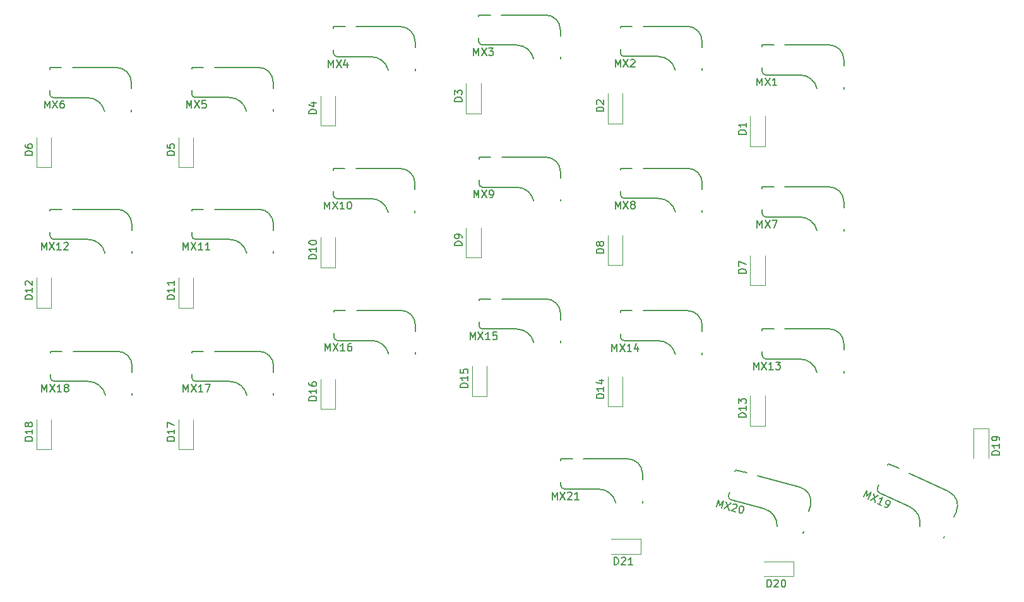
<source format=gbr>
%TF.GenerationSoftware,KiCad,Pcbnew,8.0.1*%
%TF.CreationDate,2024-05-26T01:43:18+02:00*%
%TF.ProjectId,KeyboardTest2_right,4b657962-6f61-4726-9454-657374325f72,rev?*%
%TF.SameCoordinates,Original*%
%TF.FileFunction,Legend,Top*%
%TF.FilePolarity,Positive*%
%FSLAX46Y46*%
G04 Gerber Fmt 4.6, Leading zero omitted, Abs format (unit mm)*
G04 Created by KiCad (PCBNEW 8.0.1) date 2024-05-26 01:43:18*
%MOMM*%
%LPD*%
G01*
G04 APERTURE LIST*
%ADD10C,0.150000*%
%ADD11C,0.120000*%
G04 APERTURE END LIST*
D10*
X95999369Y-65237565D02*
X95999369Y-64237565D01*
X95999369Y-64237565D02*
X96332702Y-64951850D01*
X96332702Y-64951850D02*
X96666035Y-64237565D01*
X96666035Y-64237565D02*
X96666035Y-65237565D01*
X97046988Y-64237565D02*
X97713654Y-65237565D01*
X97713654Y-64237565D02*
X97046988Y-65237565D01*
X98618416Y-65237565D02*
X98046988Y-65237565D01*
X98332702Y-65237565D02*
X98332702Y-64237565D01*
X98332702Y-64237565D02*
X98237464Y-64380422D01*
X98237464Y-64380422D02*
X98142226Y-64475660D01*
X98142226Y-64475660D02*
X98046988Y-64523279D01*
X99523178Y-64237565D02*
X99046988Y-64237565D01*
X99046988Y-64237565D02*
X98999369Y-64713755D01*
X98999369Y-64713755D02*
X99046988Y-64666136D01*
X99046988Y-64666136D02*
X99142226Y-64618517D01*
X99142226Y-64618517D02*
X99380321Y-64618517D01*
X99380321Y-64618517D02*
X99475559Y-64666136D01*
X99475559Y-64666136D02*
X99523178Y-64713755D01*
X99523178Y-64713755D02*
X99570797Y-64808993D01*
X99570797Y-64808993D02*
X99570797Y-65047088D01*
X99570797Y-65047088D02*
X99523178Y-65142326D01*
X99523178Y-65142326D02*
X99475559Y-65189946D01*
X99475559Y-65189946D02*
X99380321Y-65237565D01*
X99380321Y-65237565D02*
X99142226Y-65237565D01*
X99142226Y-65237565D02*
X99046988Y-65189946D01*
X99046988Y-65189946D02*
X98999369Y-65142326D01*
X133985683Y-69255034D02*
X133985683Y-68255034D01*
X133985683Y-68255034D02*
X134319016Y-68969319D01*
X134319016Y-68969319D02*
X134652349Y-68255034D01*
X134652349Y-68255034D02*
X134652349Y-69255034D01*
X135033302Y-68255034D02*
X135699968Y-69255034D01*
X135699968Y-68255034D02*
X135033302Y-69255034D01*
X136604730Y-69255034D02*
X136033302Y-69255034D01*
X136319016Y-69255034D02*
X136319016Y-68255034D01*
X136319016Y-68255034D02*
X136223778Y-68397891D01*
X136223778Y-68397891D02*
X136128540Y-68493129D01*
X136128540Y-68493129D02*
X136033302Y-68540748D01*
X136938064Y-68255034D02*
X137557111Y-68255034D01*
X137557111Y-68255034D02*
X137223778Y-68635986D01*
X137223778Y-68635986D02*
X137366635Y-68635986D01*
X137366635Y-68635986D02*
X137461873Y-68683605D01*
X137461873Y-68683605D02*
X137509492Y-68731224D01*
X137509492Y-68731224D02*
X137557111Y-68826462D01*
X137557111Y-68826462D02*
X137557111Y-69064557D01*
X137557111Y-69064557D02*
X137509492Y-69159795D01*
X137509492Y-69159795D02*
X137461873Y-69207415D01*
X137461873Y-69207415D02*
X137366635Y-69255034D01*
X137366635Y-69255034D02*
X137080921Y-69255034D01*
X137080921Y-69255034D02*
X136985683Y-69207415D01*
X136985683Y-69207415D02*
X136938064Y-69159795D01*
X57508842Y-72262738D02*
X57508842Y-71262738D01*
X57508842Y-71262738D02*
X57842175Y-71977023D01*
X57842175Y-71977023D02*
X58175508Y-71262738D01*
X58175508Y-71262738D02*
X58175508Y-72262738D01*
X58556461Y-71262738D02*
X59223127Y-72262738D01*
X59223127Y-71262738D02*
X58556461Y-72262738D01*
X60127889Y-72262738D02*
X59556461Y-72262738D01*
X59842175Y-72262738D02*
X59842175Y-71262738D01*
X59842175Y-71262738D02*
X59746937Y-71405595D01*
X59746937Y-71405595D02*
X59651699Y-71500833D01*
X59651699Y-71500833D02*
X59556461Y-71548452D01*
X60461223Y-71262738D02*
X61127889Y-71262738D01*
X61127889Y-71262738D02*
X60699318Y-72262738D01*
X114984732Y-66805330D02*
X114984732Y-65805330D01*
X114984732Y-65805330D02*
X115318065Y-66519615D01*
X115318065Y-66519615D02*
X115651398Y-65805330D01*
X115651398Y-65805330D02*
X115651398Y-66805330D01*
X116032351Y-65805330D02*
X116699017Y-66805330D01*
X116699017Y-65805330D02*
X116032351Y-66805330D01*
X117603779Y-66805330D02*
X117032351Y-66805330D01*
X117318065Y-66805330D02*
X117318065Y-65805330D01*
X117318065Y-65805330D02*
X117222827Y-65948187D01*
X117222827Y-65948187D02*
X117127589Y-66043425D01*
X117127589Y-66043425D02*
X117032351Y-66091044D01*
X118460922Y-66138663D02*
X118460922Y-66805330D01*
X118222827Y-65757711D02*
X117984732Y-66471996D01*
X117984732Y-66471996D02*
X118603779Y-66471996D01*
X37260720Y-59831773D02*
X36260720Y-59831773D01*
X36260720Y-59831773D02*
X36260720Y-59593678D01*
X36260720Y-59593678D02*
X36308339Y-59450821D01*
X36308339Y-59450821D02*
X36403577Y-59355583D01*
X36403577Y-59355583D02*
X36498815Y-59307964D01*
X36498815Y-59307964D02*
X36689291Y-59260345D01*
X36689291Y-59260345D02*
X36832148Y-59260345D01*
X36832148Y-59260345D02*
X37022624Y-59307964D01*
X37022624Y-59307964D02*
X37117862Y-59355583D01*
X37117862Y-59355583D02*
X37213101Y-59450821D01*
X37213101Y-59450821D02*
X37260720Y-59593678D01*
X37260720Y-59593678D02*
X37260720Y-59831773D01*
X37260720Y-58307964D02*
X37260720Y-58879392D01*
X37260720Y-58593678D02*
X36260720Y-58593678D01*
X36260720Y-58593678D02*
X36403577Y-58688916D01*
X36403577Y-58688916D02*
X36498815Y-58784154D01*
X36498815Y-58784154D02*
X36546434Y-58879392D01*
X36355958Y-57927011D02*
X36308339Y-57879392D01*
X36308339Y-57879392D02*
X36260720Y-57784154D01*
X36260720Y-57784154D02*
X36260720Y-57546059D01*
X36260720Y-57546059D02*
X36308339Y-57450821D01*
X36308339Y-57450821D02*
X36355958Y-57403202D01*
X36355958Y-57403202D02*
X36451196Y-57355583D01*
X36451196Y-57355583D02*
X36546434Y-57355583D01*
X36546434Y-57355583D02*
X36689291Y-57403202D01*
X36689291Y-57403202D02*
X37260720Y-57974630D01*
X37260720Y-57974630D02*
X37260720Y-57355583D01*
X76470775Y-47743297D02*
X76470775Y-46743297D01*
X76470775Y-46743297D02*
X76804108Y-47457582D01*
X76804108Y-47457582D02*
X77137441Y-46743297D01*
X77137441Y-46743297D02*
X77137441Y-47743297D01*
X77518394Y-46743297D02*
X78185060Y-47743297D01*
X78185060Y-46743297D02*
X77518394Y-47743297D01*
X79089822Y-47743297D02*
X78518394Y-47743297D01*
X78804108Y-47743297D02*
X78804108Y-46743297D01*
X78804108Y-46743297D02*
X78708870Y-46886154D01*
X78708870Y-46886154D02*
X78613632Y-46981392D01*
X78613632Y-46981392D02*
X78518394Y-47029011D01*
X79708870Y-46743297D02*
X79804108Y-46743297D01*
X79804108Y-46743297D02*
X79899346Y-46790916D01*
X79899346Y-46790916D02*
X79946965Y-46838535D01*
X79946965Y-46838535D02*
X79994584Y-46933773D01*
X79994584Y-46933773D02*
X80042203Y-47124249D01*
X80042203Y-47124249D02*
X80042203Y-47362344D01*
X80042203Y-47362344D02*
X79994584Y-47552820D01*
X79994584Y-47552820D02*
X79946965Y-47648058D01*
X79946965Y-47648058D02*
X79899346Y-47695678D01*
X79899346Y-47695678D02*
X79804108Y-47743297D01*
X79804108Y-47743297D02*
X79708870Y-47743297D01*
X79708870Y-47743297D02*
X79613632Y-47695678D01*
X79613632Y-47695678D02*
X79566013Y-47648058D01*
X79566013Y-47648058D02*
X79518394Y-47552820D01*
X79518394Y-47552820D02*
X79470775Y-47362344D01*
X79470775Y-47362344D02*
X79470775Y-47124249D01*
X79470775Y-47124249D02*
X79518394Y-46933773D01*
X79518394Y-46933773D02*
X79566013Y-46838535D01*
X79566013Y-46838535D02*
X79613632Y-46790916D01*
X79613632Y-46790916D02*
X79708870Y-46743297D01*
X115441937Y-28662924D02*
X115441937Y-27662924D01*
X115441937Y-27662924D02*
X115775270Y-28377209D01*
X115775270Y-28377209D02*
X116108603Y-27662924D01*
X116108603Y-27662924D02*
X116108603Y-28662924D01*
X116489556Y-27662924D02*
X117156222Y-28662924D01*
X117156222Y-27662924D02*
X116489556Y-28662924D01*
X117489556Y-27758162D02*
X117537175Y-27710543D01*
X117537175Y-27710543D02*
X117632413Y-27662924D01*
X117632413Y-27662924D02*
X117870508Y-27662924D01*
X117870508Y-27662924D02*
X117965746Y-27710543D01*
X117965746Y-27710543D02*
X118013365Y-27758162D01*
X118013365Y-27758162D02*
X118060984Y-27853400D01*
X118060984Y-27853400D02*
X118060984Y-27948638D01*
X118060984Y-27948638D02*
X118013365Y-28091495D01*
X118013365Y-28091495D02*
X117441937Y-28662924D01*
X117441937Y-28662924D02*
X118060984Y-28662924D01*
X57488095Y-53204819D02*
X57488095Y-52204819D01*
X57488095Y-52204819D02*
X57821428Y-52919104D01*
X57821428Y-52919104D02*
X58154761Y-52204819D01*
X58154761Y-52204819D02*
X58154761Y-53204819D01*
X58535714Y-52204819D02*
X59202380Y-53204819D01*
X59202380Y-52204819D02*
X58535714Y-53204819D01*
X60107142Y-53204819D02*
X59535714Y-53204819D01*
X59821428Y-53204819D02*
X59821428Y-52204819D01*
X59821428Y-52204819D02*
X59726190Y-52347676D01*
X59726190Y-52347676D02*
X59630952Y-52442914D01*
X59630952Y-52442914D02*
X59535714Y-52490533D01*
X61059523Y-53204819D02*
X60488095Y-53204819D01*
X60773809Y-53204819D02*
X60773809Y-52204819D01*
X60773809Y-52204819D02*
X60678571Y-52347676D01*
X60678571Y-52347676D02*
X60583333Y-52442914D01*
X60583333Y-52442914D02*
X60488095Y-52490533D01*
X132948331Y-37681987D02*
X131948331Y-37681987D01*
X131948331Y-37681987D02*
X131948331Y-37443892D01*
X131948331Y-37443892D02*
X131995950Y-37301035D01*
X131995950Y-37301035D02*
X132091188Y-37205797D01*
X132091188Y-37205797D02*
X132186426Y-37158178D01*
X132186426Y-37158178D02*
X132376902Y-37110559D01*
X132376902Y-37110559D02*
X132519759Y-37110559D01*
X132519759Y-37110559D02*
X132710235Y-37158178D01*
X132710235Y-37158178D02*
X132805473Y-37205797D01*
X132805473Y-37205797D02*
X132900712Y-37301035D01*
X132900712Y-37301035D02*
X132948331Y-37443892D01*
X132948331Y-37443892D02*
X132948331Y-37681987D01*
X132948331Y-36158178D02*
X132948331Y-36729606D01*
X132948331Y-36443892D02*
X131948331Y-36443892D01*
X131948331Y-36443892D02*
X132091188Y-36539130D01*
X132091188Y-36539130D02*
X132186426Y-36634368D01*
X132186426Y-36634368D02*
X132234045Y-36729606D01*
X113892470Y-34616199D02*
X112892470Y-34616199D01*
X112892470Y-34616199D02*
X112892470Y-34378104D01*
X112892470Y-34378104D02*
X112940089Y-34235247D01*
X112940089Y-34235247D02*
X113035327Y-34140009D01*
X113035327Y-34140009D02*
X113130565Y-34092390D01*
X113130565Y-34092390D02*
X113321041Y-34044771D01*
X113321041Y-34044771D02*
X113463898Y-34044771D01*
X113463898Y-34044771D02*
X113654374Y-34092390D01*
X113654374Y-34092390D02*
X113749612Y-34140009D01*
X113749612Y-34140009D02*
X113844851Y-34235247D01*
X113844851Y-34235247D02*
X113892470Y-34378104D01*
X113892470Y-34378104D02*
X113892470Y-34616199D01*
X112987708Y-33663818D02*
X112940089Y-33616199D01*
X112940089Y-33616199D02*
X112892470Y-33520961D01*
X112892470Y-33520961D02*
X112892470Y-33282866D01*
X112892470Y-33282866D02*
X112940089Y-33187628D01*
X112940089Y-33187628D02*
X112987708Y-33140009D01*
X112987708Y-33140009D02*
X113082946Y-33092390D01*
X113082946Y-33092390D02*
X113178184Y-33092390D01*
X113178184Y-33092390D02*
X113321041Y-33140009D01*
X113321041Y-33140009D02*
X113892470Y-33711437D01*
X113892470Y-33711437D02*
X113892470Y-33092390D01*
X76531200Y-66768576D02*
X76531200Y-65768576D01*
X76531200Y-65768576D02*
X76864533Y-66482861D01*
X76864533Y-66482861D02*
X77197866Y-65768576D01*
X77197866Y-65768576D02*
X77197866Y-66768576D01*
X77578819Y-65768576D02*
X78245485Y-66768576D01*
X78245485Y-65768576D02*
X77578819Y-66768576D01*
X79150247Y-66768576D02*
X78578819Y-66768576D01*
X78864533Y-66768576D02*
X78864533Y-65768576D01*
X78864533Y-65768576D02*
X78769295Y-65911433D01*
X78769295Y-65911433D02*
X78674057Y-66006671D01*
X78674057Y-66006671D02*
X78578819Y-66054290D01*
X80007390Y-65768576D02*
X79816914Y-65768576D01*
X79816914Y-65768576D02*
X79721676Y-65816195D01*
X79721676Y-65816195D02*
X79674057Y-65863814D01*
X79674057Y-65863814D02*
X79578819Y-66006671D01*
X79578819Y-66006671D02*
X79531200Y-66197147D01*
X79531200Y-66197147D02*
X79531200Y-66578099D01*
X79531200Y-66578099D02*
X79578819Y-66673337D01*
X79578819Y-66673337D02*
X79626438Y-66720957D01*
X79626438Y-66720957D02*
X79721676Y-66768576D01*
X79721676Y-66768576D02*
X79912152Y-66768576D01*
X79912152Y-66768576D02*
X80007390Y-66720957D01*
X80007390Y-66720957D02*
X80055009Y-66673337D01*
X80055009Y-66673337D02*
X80102628Y-66578099D01*
X80102628Y-66578099D02*
X80102628Y-66340004D01*
X80102628Y-66340004D02*
X80055009Y-66244766D01*
X80055009Y-66244766D02*
X80007390Y-66197147D01*
X80007390Y-66197147D02*
X79912152Y-66149528D01*
X79912152Y-66149528D02*
X79721676Y-66149528D01*
X79721676Y-66149528D02*
X79626438Y-66197147D01*
X79626438Y-66197147D02*
X79578819Y-66244766D01*
X79578819Y-66244766D02*
X79531200Y-66340004D01*
X135785714Y-98454819D02*
X135785714Y-97454819D01*
X135785714Y-97454819D02*
X136023809Y-97454819D01*
X136023809Y-97454819D02*
X136166666Y-97502438D01*
X136166666Y-97502438D02*
X136261904Y-97597676D01*
X136261904Y-97597676D02*
X136309523Y-97692914D01*
X136309523Y-97692914D02*
X136357142Y-97883390D01*
X136357142Y-97883390D02*
X136357142Y-98026247D01*
X136357142Y-98026247D02*
X136309523Y-98216723D01*
X136309523Y-98216723D02*
X136261904Y-98311961D01*
X136261904Y-98311961D02*
X136166666Y-98407200D01*
X136166666Y-98407200D02*
X136023809Y-98454819D01*
X136023809Y-98454819D02*
X135785714Y-98454819D01*
X136738095Y-97550057D02*
X136785714Y-97502438D01*
X136785714Y-97502438D02*
X136880952Y-97454819D01*
X136880952Y-97454819D02*
X137119047Y-97454819D01*
X137119047Y-97454819D02*
X137214285Y-97502438D01*
X137214285Y-97502438D02*
X137261904Y-97550057D01*
X137261904Y-97550057D02*
X137309523Y-97645295D01*
X137309523Y-97645295D02*
X137309523Y-97740533D01*
X137309523Y-97740533D02*
X137261904Y-97883390D01*
X137261904Y-97883390D02*
X136690476Y-98454819D01*
X136690476Y-98454819D02*
X137309523Y-98454819D01*
X137928571Y-97454819D02*
X138023809Y-97454819D01*
X138023809Y-97454819D02*
X138119047Y-97502438D01*
X138119047Y-97502438D02*
X138166666Y-97550057D01*
X138166666Y-97550057D02*
X138214285Y-97645295D01*
X138214285Y-97645295D02*
X138261904Y-97835771D01*
X138261904Y-97835771D02*
X138261904Y-98073866D01*
X138261904Y-98073866D02*
X138214285Y-98264342D01*
X138214285Y-98264342D02*
X138166666Y-98359580D01*
X138166666Y-98359580D02*
X138119047Y-98407200D01*
X138119047Y-98407200D02*
X138023809Y-98454819D01*
X138023809Y-98454819D02*
X137928571Y-98454819D01*
X137928571Y-98454819D02*
X137833333Y-98407200D01*
X137833333Y-98407200D02*
X137785714Y-98359580D01*
X137785714Y-98359580D02*
X137738095Y-98264342D01*
X137738095Y-98264342D02*
X137690476Y-98073866D01*
X137690476Y-98073866D02*
X137690476Y-97835771D01*
X137690476Y-97835771D02*
X137738095Y-97645295D01*
X137738095Y-97645295D02*
X137785714Y-97550057D01*
X137785714Y-97550057D02*
X137833333Y-97502438D01*
X137833333Y-97502438D02*
X137928571Y-97454819D01*
X75357499Y-73402763D02*
X74357499Y-73402763D01*
X74357499Y-73402763D02*
X74357499Y-73164668D01*
X74357499Y-73164668D02*
X74405118Y-73021811D01*
X74405118Y-73021811D02*
X74500356Y-72926573D01*
X74500356Y-72926573D02*
X74595594Y-72878954D01*
X74595594Y-72878954D02*
X74786070Y-72831335D01*
X74786070Y-72831335D02*
X74928927Y-72831335D01*
X74928927Y-72831335D02*
X75119403Y-72878954D01*
X75119403Y-72878954D02*
X75214641Y-72926573D01*
X75214641Y-72926573D02*
X75309880Y-73021811D01*
X75309880Y-73021811D02*
X75357499Y-73164668D01*
X75357499Y-73164668D02*
X75357499Y-73402763D01*
X75357499Y-71878954D02*
X75357499Y-72450382D01*
X75357499Y-72164668D02*
X74357499Y-72164668D01*
X74357499Y-72164668D02*
X74500356Y-72259906D01*
X74500356Y-72259906D02*
X74595594Y-72355144D01*
X74595594Y-72355144D02*
X74643213Y-72450382D01*
X74357499Y-71021811D02*
X74357499Y-71212287D01*
X74357499Y-71212287D02*
X74405118Y-71307525D01*
X74405118Y-71307525D02*
X74452737Y-71355144D01*
X74452737Y-71355144D02*
X74595594Y-71450382D01*
X74595594Y-71450382D02*
X74786070Y-71498001D01*
X74786070Y-71498001D02*
X75167022Y-71498001D01*
X75167022Y-71498001D02*
X75262260Y-71450382D01*
X75262260Y-71450382D02*
X75309880Y-71402763D01*
X75309880Y-71402763D02*
X75357499Y-71307525D01*
X75357499Y-71307525D02*
X75357499Y-71117049D01*
X75357499Y-71117049D02*
X75309880Y-71021811D01*
X75309880Y-71021811D02*
X75262260Y-70974192D01*
X75262260Y-70974192D02*
X75167022Y-70926573D01*
X75167022Y-70926573D02*
X74928927Y-70926573D01*
X74928927Y-70926573D02*
X74833689Y-70974192D01*
X74833689Y-70974192D02*
X74786070Y-71021811D01*
X74786070Y-71021811D02*
X74738451Y-71117049D01*
X74738451Y-71117049D02*
X74738451Y-71307525D01*
X74738451Y-71307525D02*
X74786070Y-71402763D01*
X74786070Y-71402763D02*
X74833689Y-71450382D01*
X74833689Y-71450382D02*
X74928927Y-71498001D01*
X38538749Y-72262738D02*
X38538749Y-71262738D01*
X38538749Y-71262738D02*
X38872082Y-71977023D01*
X38872082Y-71977023D02*
X39205415Y-71262738D01*
X39205415Y-71262738D02*
X39205415Y-72262738D01*
X39586368Y-71262738D02*
X40253034Y-72262738D01*
X40253034Y-71262738D02*
X39586368Y-72262738D01*
X41157796Y-72262738D02*
X40586368Y-72262738D01*
X40872082Y-72262738D02*
X40872082Y-71262738D01*
X40872082Y-71262738D02*
X40776844Y-71405595D01*
X40776844Y-71405595D02*
X40681606Y-71500833D01*
X40681606Y-71500833D02*
X40586368Y-71548452D01*
X41729225Y-71691309D02*
X41633987Y-71643690D01*
X41633987Y-71643690D02*
X41586368Y-71596071D01*
X41586368Y-71596071D02*
X41538749Y-71500833D01*
X41538749Y-71500833D02*
X41538749Y-71453214D01*
X41538749Y-71453214D02*
X41586368Y-71357976D01*
X41586368Y-71357976D02*
X41633987Y-71310357D01*
X41633987Y-71310357D02*
X41729225Y-71262738D01*
X41729225Y-71262738D02*
X41919701Y-71262738D01*
X41919701Y-71262738D02*
X42014939Y-71310357D01*
X42014939Y-71310357D02*
X42062558Y-71357976D01*
X42062558Y-71357976D02*
X42110177Y-71453214D01*
X42110177Y-71453214D02*
X42110177Y-71500833D01*
X42110177Y-71500833D02*
X42062558Y-71596071D01*
X42062558Y-71596071D02*
X42014939Y-71643690D01*
X42014939Y-71643690D02*
X41919701Y-71691309D01*
X41919701Y-71691309D02*
X41729225Y-71691309D01*
X41729225Y-71691309D02*
X41633987Y-71738928D01*
X41633987Y-71738928D02*
X41586368Y-71786547D01*
X41586368Y-71786547D02*
X41538749Y-71881785D01*
X41538749Y-71881785D02*
X41538749Y-72072261D01*
X41538749Y-72072261D02*
X41586368Y-72167499D01*
X41586368Y-72167499D02*
X41633987Y-72215119D01*
X41633987Y-72215119D02*
X41729225Y-72262738D01*
X41729225Y-72262738D02*
X41919701Y-72262738D01*
X41919701Y-72262738D02*
X42014939Y-72215119D01*
X42014939Y-72215119D02*
X42062558Y-72167499D01*
X42062558Y-72167499D02*
X42110177Y-72072261D01*
X42110177Y-72072261D02*
X42110177Y-71881785D01*
X42110177Y-71881785D02*
X42062558Y-71786547D01*
X42062558Y-71786547D02*
X42014939Y-71738928D01*
X42014939Y-71738928D02*
X41919701Y-71691309D01*
X132948331Y-56331987D02*
X131948331Y-56331987D01*
X131948331Y-56331987D02*
X131948331Y-56093892D01*
X131948331Y-56093892D02*
X131995950Y-55951035D01*
X131995950Y-55951035D02*
X132091188Y-55855797D01*
X132091188Y-55855797D02*
X132186426Y-55808178D01*
X132186426Y-55808178D02*
X132376902Y-55760559D01*
X132376902Y-55760559D02*
X132519759Y-55760559D01*
X132519759Y-55760559D02*
X132710235Y-55808178D01*
X132710235Y-55808178D02*
X132805473Y-55855797D01*
X132805473Y-55855797D02*
X132900712Y-55951035D01*
X132900712Y-55951035D02*
X132948331Y-56093892D01*
X132948331Y-56093892D02*
X132948331Y-56331987D01*
X131948331Y-55427225D02*
X131948331Y-54760559D01*
X131948331Y-54760559D02*
X132948331Y-55189130D01*
X96445767Y-27134303D02*
X96445767Y-26134303D01*
X96445767Y-26134303D02*
X96779100Y-26848588D01*
X96779100Y-26848588D02*
X97112433Y-26134303D01*
X97112433Y-26134303D02*
X97112433Y-27134303D01*
X97493386Y-26134303D02*
X98160052Y-27134303D01*
X98160052Y-26134303D02*
X97493386Y-27134303D01*
X98445767Y-26134303D02*
X99064814Y-26134303D01*
X99064814Y-26134303D02*
X98731481Y-26515255D01*
X98731481Y-26515255D02*
X98874338Y-26515255D01*
X98874338Y-26515255D02*
X98969576Y-26562874D01*
X98969576Y-26562874D02*
X99017195Y-26610493D01*
X99017195Y-26610493D02*
X99064814Y-26705731D01*
X99064814Y-26705731D02*
X99064814Y-26943826D01*
X99064814Y-26943826D02*
X99017195Y-27039064D01*
X99017195Y-27039064D02*
X98969576Y-27086684D01*
X98969576Y-27086684D02*
X98874338Y-27134303D01*
X98874338Y-27134303D02*
X98588624Y-27134303D01*
X98588624Y-27134303D02*
X98493386Y-27086684D01*
X98493386Y-27086684D02*
X98445767Y-27039064D01*
X57939691Y-34167170D02*
X57939691Y-33167170D01*
X57939691Y-33167170D02*
X58273024Y-33881455D01*
X58273024Y-33881455D02*
X58606357Y-33167170D01*
X58606357Y-33167170D02*
X58606357Y-34167170D01*
X58987310Y-33167170D02*
X59653976Y-34167170D01*
X59653976Y-33167170D02*
X58987310Y-34167170D01*
X60511119Y-33167170D02*
X60034929Y-33167170D01*
X60034929Y-33167170D02*
X59987310Y-33643360D01*
X59987310Y-33643360D02*
X60034929Y-33595741D01*
X60034929Y-33595741D02*
X60130167Y-33548122D01*
X60130167Y-33548122D02*
X60368262Y-33548122D01*
X60368262Y-33548122D02*
X60463500Y-33595741D01*
X60463500Y-33595741D02*
X60511119Y-33643360D01*
X60511119Y-33643360D02*
X60558738Y-33738598D01*
X60558738Y-33738598D02*
X60558738Y-33976693D01*
X60558738Y-33976693D02*
X60511119Y-34071931D01*
X60511119Y-34071931D02*
X60463500Y-34119551D01*
X60463500Y-34119551D02*
X60368262Y-34167170D01*
X60368262Y-34167170D02*
X60130167Y-34167170D01*
X60130167Y-34167170D02*
X60034929Y-34119551D01*
X60034929Y-34119551D02*
X59987310Y-34071931D01*
X75357499Y-54402763D02*
X74357499Y-54402763D01*
X74357499Y-54402763D02*
X74357499Y-54164668D01*
X74357499Y-54164668D02*
X74405118Y-54021811D01*
X74405118Y-54021811D02*
X74500356Y-53926573D01*
X74500356Y-53926573D02*
X74595594Y-53878954D01*
X74595594Y-53878954D02*
X74786070Y-53831335D01*
X74786070Y-53831335D02*
X74928927Y-53831335D01*
X74928927Y-53831335D02*
X75119403Y-53878954D01*
X75119403Y-53878954D02*
X75214641Y-53926573D01*
X75214641Y-53926573D02*
X75309880Y-54021811D01*
X75309880Y-54021811D02*
X75357499Y-54164668D01*
X75357499Y-54164668D02*
X75357499Y-54402763D01*
X75357499Y-52878954D02*
X75357499Y-53450382D01*
X75357499Y-53164668D02*
X74357499Y-53164668D01*
X74357499Y-53164668D02*
X74500356Y-53259906D01*
X74500356Y-53259906D02*
X74595594Y-53355144D01*
X74595594Y-53355144D02*
X74643213Y-53450382D01*
X74357499Y-52259906D02*
X74357499Y-52164668D01*
X74357499Y-52164668D02*
X74405118Y-52069430D01*
X74405118Y-52069430D02*
X74452737Y-52021811D01*
X74452737Y-52021811D02*
X74547975Y-51974192D01*
X74547975Y-51974192D02*
X74738451Y-51926573D01*
X74738451Y-51926573D02*
X74976546Y-51926573D01*
X74976546Y-51926573D02*
X75167022Y-51974192D01*
X75167022Y-51974192D02*
X75262260Y-52021811D01*
X75262260Y-52021811D02*
X75309880Y-52069430D01*
X75309880Y-52069430D02*
X75357499Y-52164668D01*
X75357499Y-52164668D02*
X75357499Y-52259906D01*
X75357499Y-52259906D02*
X75309880Y-52355144D01*
X75309880Y-52355144D02*
X75262260Y-52402763D01*
X75262260Y-52402763D02*
X75167022Y-52450382D01*
X75167022Y-52450382D02*
X74976546Y-52498001D01*
X74976546Y-52498001D02*
X74738451Y-52498001D01*
X74738451Y-52498001D02*
X74547975Y-52450382D01*
X74547975Y-52450382D02*
X74452737Y-52402763D01*
X74452737Y-52402763D02*
X74405118Y-52355144D01*
X74405118Y-52355144D02*
X74357499Y-52259906D01*
X113892470Y-73092390D02*
X112892470Y-73092390D01*
X112892470Y-73092390D02*
X112892470Y-72854295D01*
X112892470Y-72854295D02*
X112940089Y-72711438D01*
X112940089Y-72711438D02*
X113035327Y-72616200D01*
X113035327Y-72616200D02*
X113130565Y-72568581D01*
X113130565Y-72568581D02*
X113321041Y-72520962D01*
X113321041Y-72520962D02*
X113463898Y-72520962D01*
X113463898Y-72520962D02*
X113654374Y-72568581D01*
X113654374Y-72568581D02*
X113749612Y-72616200D01*
X113749612Y-72616200D02*
X113844851Y-72711438D01*
X113844851Y-72711438D02*
X113892470Y-72854295D01*
X113892470Y-72854295D02*
X113892470Y-73092390D01*
X113892470Y-71568581D02*
X113892470Y-72140009D01*
X113892470Y-71854295D02*
X112892470Y-71854295D01*
X112892470Y-71854295D02*
X113035327Y-71949533D01*
X113035327Y-71949533D02*
X113130565Y-72044771D01*
X113130565Y-72044771D02*
X113178184Y-72140009D01*
X113225803Y-70711438D02*
X113892470Y-70711438D01*
X112844851Y-70949533D02*
X113559136Y-71187628D01*
X113559136Y-71187628D02*
X113559136Y-70568581D01*
X96464286Y-46204819D02*
X96464286Y-45204819D01*
X96464286Y-45204819D02*
X96797619Y-45919104D01*
X96797619Y-45919104D02*
X97130952Y-45204819D01*
X97130952Y-45204819D02*
X97130952Y-46204819D01*
X97511905Y-45204819D02*
X98178571Y-46204819D01*
X98178571Y-45204819D02*
X97511905Y-46204819D01*
X98607143Y-46204819D02*
X98797619Y-46204819D01*
X98797619Y-46204819D02*
X98892857Y-46157200D01*
X98892857Y-46157200D02*
X98940476Y-46109580D01*
X98940476Y-46109580D02*
X99035714Y-45966723D01*
X99035714Y-45966723D02*
X99083333Y-45776247D01*
X99083333Y-45776247D02*
X99083333Y-45395295D01*
X99083333Y-45395295D02*
X99035714Y-45300057D01*
X99035714Y-45300057D02*
X98988095Y-45252438D01*
X98988095Y-45252438D02*
X98892857Y-45204819D01*
X98892857Y-45204819D02*
X98702381Y-45204819D01*
X98702381Y-45204819D02*
X98607143Y-45252438D01*
X98607143Y-45252438D02*
X98559524Y-45300057D01*
X98559524Y-45300057D02*
X98511905Y-45395295D01*
X98511905Y-45395295D02*
X98511905Y-45633390D01*
X98511905Y-45633390D02*
X98559524Y-45728628D01*
X98559524Y-45728628D02*
X98607143Y-45776247D01*
X98607143Y-45776247D02*
X98702381Y-45823866D01*
X98702381Y-45823866D02*
X98892857Y-45823866D01*
X98892857Y-45823866D02*
X98988095Y-45776247D01*
X98988095Y-45776247D02*
X99035714Y-45728628D01*
X99035714Y-45728628D02*
X99083333Y-45633390D01*
X106988095Y-86704819D02*
X106988095Y-85704819D01*
X106988095Y-85704819D02*
X107321428Y-86419104D01*
X107321428Y-86419104D02*
X107654761Y-85704819D01*
X107654761Y-85704819D02*
X107654761Y-86704819D01*
X108035714Y-85704819D02*
X108702380Y-86704819D01*
X108702380Y-85704819D02*
X108035714Y-86704819D01*
X109035714Y-85800057D02*
X109083333Y-85752438D01*
X109083333Y-85752438D02*
X109178571Y-85704819D01*
X109178571Y-85704819D02*
X109416666Y-85704819D01*
X109416666Y-85704819D02*
X109511904Y-85752438D01*
X109511904Y-85752438D02*
X109559523Y-85800057D01*
X109559523Y-85800057D02*
X109607142Y-85895295D01*
X109607142Y-85895295D02*
X109607142Y-85990533D01*
X109607142Y-85990533D02*
X109559523Y-86133390D01*
X109559523Y-86133390D02*
X108988095Y-86704819D01*
X108988095Y-86704819D02*
X109607142Y-86704819D01*
X110559523Y-86704819D02*
X109988095Y-86704819D01*
X110273809Y-86704819D02*
X110273809Y-85704819D01*
X110273809Y-85704819D02*
X110178571Y-85847676D01*
X110178571Y-85847676D02*
X110083333Y-85942914D01*
X110083333Y-85942914D02*
X109988095Y-85990533D01*
X76964286Y-28704819D02*
X76964286Y-27704819D01*
X76964286Y-27704819D02*
X77297619Y-28419104D01*
X77297619Y-28419104D02*
X77630952Y-27704819D01*
X77630952Y-27704819D02*
X77630952Y-28704819D01*
X78011905Y-27704819D02*
X78678571Y-28704819D01*
X78678571Y-27704819D02*
X78011905Y-28704819D01*
X79488095Y-28038152D02*
X79488095Y-28704819D01*
X79250000Y-27657200D02*
X79011905Y-28371485D01*
X79011905Y-28371485D02*
X79630952Y-28371485D01*
X134457798Y-31148712D02*
X134457798Y-30148712D01*
X134457798Y-30148712D02*
X134791131Y-30862997D01*
X134791131Y-30862997D02*
X135124464Y-30148712D01*
X135124464Y-30148712D02*
X135124464Y-31148712D01*
X135505417Y-30148712D02*
X136172083Y-31148712D01*
X136172083Y-30148712D02*
X135505417Y-31148712D01*
X137076845Y-31148712D02*
X136505417Y-31148712D01*
X136791131Y-31148712D02*
X136791131Y-30148712D01*
X136791131Y-30148712D02*
X136695893Y-30291569D01*
X136695893Y-30291569D02*
X136600655Y-30386807D01*
X136600655Y-30386807D02*
X136505417Y-30434426D01*
X38909784Y-34197078D02*
X38909784Y-33197078D01*
X38909784Y-33197078D02*
X39243117Y-33911363D01*
X39243117Y-33911363D02*
X39576450Y-33197078D01*
X39576450Y-33197078D02*
X39576450Y-34197078D01*
X39957403Y-33197078D02*
X40624069Y-34197078D01*
X40624069Y-33197078D02*
X39957403Y-34197078D01*
X41433593Y-33197078D02*
X41243117Y-33197078D01*
X41243117Y-33197078D02*
X41147879Y-33244697D01*
X41147879Y-33244697D02*
X41100260Y-33292316D01*
X41100260Y-33292316D02*
X41005022Y-33435173D01*
X41005022Y-33435173D02*
X40957403Y-33625649D01*
X40957403Y-33625649D02*
X40957403Y-34006601D01*
X40957403Y-34006601D02*
X41005022Y-34101839D01*
X41005022Y-34101839D02*
X41052641Y-34149459D01*
X41052641Y-34149459D02*
X41147879Y-34197078D01*
X41147879Y-34197078D02*
X41338355Y-34197078D01*
X41338355Y-34197078D02*
X41433593Y-34149459D01*
X41433593Y-34149459D02*
X41481212Y-34101839D01*
X41481212Y-34101839D02*
X41528831Y-34006601D01*
X41528831Y-34006601D02*
X41528831Y-33768506D01*
X41528831Y-33768506D02*
X41481212Y-33673268D01*
X41481212Y-33673268D02*
X41433593Y-33625649D01*
X41433593Y-33625649D02*
X41338355Y-33578030D01*
X41338355Y-33578030D02*
X41147879Y-33578030D01*
X41147879Y-33578030D02*
X41052641Y-33625649D01*
X41052641Y-33625649D02*
X41005022Y-33673268D01*
X41005022Y-33673268D02*
X40957403Y-33768506D01*
X94876714Y-33279267D02*
X93876714Y-33279267D01*
X93876714Y-33279267D02*
X93876714Y-33041172D01*
X93876714Y-33041172D02*
X93924333Y-32898315D01*
X93924333Y-32898315D02*
X94019571Y-32803077D01*
X94019571Y-32803077D02*
X94114809Y-32755458D01*
X94114809Y-32755458D02*
X94305285Y-32707839D01*
X94305285Y-32707839D02*
X94448142Y-32707839D01*
X94448142Y-32707839D02*
X94638618Y-32755458D01*
X94638618Y-32755458D02*
X94733856Y-32803077D01*
X94733856Y-32803077D02*
X94829095Y-32898315D01*
X94829095Y-32898315D02*
X94876714Y-33041172D01*
X94876714Y-33041172D02*
X94876714Y-33279267D01*
X93876714Y-32374505D02*
X93876714Y-31755458D01*
X93876714Y-31755458D02*
X94257666Y-32088791D01*
X94257666Y-32088791D02*
X94257666Y-31945934D01*
X94257666Y-31945934D02*
X94305285Y-31850696D01*
X94305285Y-31850696D02*
X94352904Y-31803077D01*
X94352904Y-31803077D02*
X94448142Y-31755458D01*
X94448142Y-31755458D02*
X94686237Y-31755458D01*
X94686237Y-31755458D02*
X94781475Y-31803077D01*
X94781475Y-31803077D02*
X94829095Y-31850696D01*
X94829095Y-31850696D02*
X94876714Y-31945934D01*
X94876714Y-31945934D02*
X94876714Y-32231648D01*
X94876714Y-32231648D02*
X94829095Y-32326886D01*
X94829095Y-32326886D02*
X94781475Y-32374505D01*
X38488095Y-53204819D02*
X38488095Y-52204819D01*
X38488095Y-52204819D02*
X38821428Y-52919104D01*
X38821428Y-52919104D02*
X39154761Y-52204819D01*
X39154761Y-52204819D02*
X39154761Y-53204819D01*
X39535714Y-52204819D02*
X40202380Y-53204819D01*
X40202380Y-52204819D02*
X39535714Y-53204819D01*
X41107142Y-53204819D02*
X40535714Y-53204819D01*
X40821428Y-53204819D02*
X40821428Y-52204819D01*
X40821428Y-52204819D02*
X40726190Y-52347676D01*
X40726190Y-52347676D02*
X40630952Y-52442914D01*
X40630952Y-52442914D02*
X40535714Y-52490533D01*
X41488095Y-52300057D02*
X41535714Y-52252438D01*
X41535714Y-52252438D02*
X41630952Y-52204819D01*
X41630952Y-52204819D02*
X41869047Y-52204819D01*
X41869047Y-52204819D02*
X41964285Y-52252438D01*
X41964285Y-52252438D02*
X42011904Y-52300057D01*
X42011904Y-52300057D02*
X42059523Y-52395295D01*
X42059523Y-52395295D02*
X42059523Y-52490533D01*
X42059523Y-52490533D02*
X42011904Y-52633390D01*
X42011904Y-52633390D02*
X41440476Y-53204819D01*
X41440476Y-53204819D02*
X42059523Y-53204819D01*
X115285714Y-95454819D02*
X115285714Y-94454819D01*
X115285714Y-94454819D02*
X115523809Y-94454819D01*
X115523809Y-94454819D02*
X115666666Y-94502438D01*
X115666666Y-94502438D02*
X115761904Y-94597676D01*
X115761904Y-94597676D02*
X115809523Y-94692914D01*
X115809523Y-94692914D02*
X115857142Y-94883390D01*
X115857142Y-94883390D02*
X115857142Y-95026247D01*
X115857142Y-95026247D02*
X115809523Y-95216723D01*
X115809523Y-95216723D02*
X115761904Y-95311961D01*
X115761904Y-95311961D02*
X115666666Y-95407200D01*
X115666666Y-95407200D02*
X115523809Y-95454819D01*
X115523809Y-95454819D02*
X115285714Y-95454819D01*
X116238095Y-94550057D02*
X116285714Y-94502438D01*
X116285714Y-94502438D02*
X116380952Y-94454819D01*
X116380952Y-94454819D02*
X116619047Y-94454819D01*
X116619047Y-94454819D02*
X116714285Y-94502438D01*
X116714285Y-94502438D02*
X116761904Y-94550057D01*
X116761904Y-94550057D02*
X116809523Y-94645295D01*
X116809523Y-94645295D02*
X116809523Y-94740533D01*
X116809523Y-94740533D02*
X116761904Y-94883390D01*
X116761904Y-94883390D02*
X116190476Y-95454819D01*
X116190476Y-95454819D02*
X116809523Y-95454819D01*
X117761904Y-95454819D02*
X117190476Y-95454819D01*
X117476190Y-95454819D02*
X117476190Y-94454819D01*
X117476190Y-94454819D02*
X117380952Y-94597676D01*
X117380952Y-94597676D02*
X117285714Y-94692914D01*
X117285714Y-94692914D02*
X117190476Y-94740533D01*
X134464286Y-50204819D02*
X134464286Y-49204819D01*
X134464286Y-49204819D02*
X134797619Y-49919104D01*
X134797619Y-49919104D02*
X135130952Y-49204819D01*
X135130952Y-49204819D02*
X135130952Y-50204819D01*
X135511905Y-49204819D02*
X136178571Y-50204819D01*
X136178571Y-49204819D02*
X135511905Y-50204819D01*
X136464286Y-49204819D02*
X137130952Y-49204819D01*
X137130952Y-49204819D02*
X136702381Y-50204819D01*
X129028163Y-87692955D02*
X129286982Y-86727030D01*
X129286982Y-86727030D02*
X129424087Y-87503250D01*
X129424087Y-87503250D02*
X129930933Y-86899576D01*
X129930933Y-86899576D02*
X129672114Y-87865501D01*
X130298905Y-86998173D02*
X130684036Y-88136645D01*
X130942855Y-87170719D02*
X130040086Y-87964099D01*
X131240181Y-87348985D02*
X131298502Y-87315314D01*
X131298502Y-87315314D02*
X131402820Y-87293967D01*
X131402820Y-87293967D02*
X131632802Y-87355590D01*
X131632802Y-87355590D02*
X131712470Y-87426236D01*
X131712470Y-87426236D02*
X131746142Y-87484557D01*
X131746142Y-87484557D02*
X131767489Y-87588875D01*
X131767489Y-87588875D02*
X131742840Y-87680868D01*
X131742840Y-87680868D02*
X131659869Y-87806533D01*
X131659869Y-87806533D02*
X130960015Y-88210594D01*
X130960015Y-88210594D02*
X131557969Y-88370815D01*
X132414742Y-87565110D02*
X132506735Y-87589760D01*
X132506735Y-87589760D02*
X132586403Y-87660406D01*
X132586403Y-87660406D02*
X132620075Y-87718727D01*
X132620075Y-87718727D02*
X132641422Y-87823045D01*
X132641422Y-87823045D02*
X132638120Y-88019355D01*
X132638120Y-88019355D02*
X132576496Y-88249337D01*
X132576496Y-88249337D02*
X132481201Y-88420999D01*
X132481201Y-88420999D02*
X132410555Y-88500667D01*
X132410555Y-88500667D02*
X132352234Y-88534339D01*
X132352234Y-88534339D02*
X132247916Y-88555686D01*
X132247916Y-88555686D02*
X132155923Y-88531036D01*
X132155923Y-88531036D02*
X132076255Y-88460390D01*
X132076255Y-88460390D02*
X132042583Y-88402069D01*
X132042583Y-88402069D02*
X132021236Y-88297751D01*
X132021236Y-88297751D02*
X132024539Y-88101441D01*
X132024539Y-88101441D02*
X132086162Y-87871458D01*
X132086162Y-87871458D02*
X132181457Y-87699797D01*
X132181457Y-87699797D02*
X132252103Y-87620129D01*
X132252103Y-87620129D02*
X132310425Y-87586457D01*
X132310425Y-87586457D02*
X132414742Y-87565110D01*
X75357499Y-34926572D02*
X74357499Y-34926572D01*
X74357499Y-34926572D02*
X74357499Y-34688477D01*
X74357499Y-34688477D02*
X74405118Y-34545620D01*
X74405118Y-34545620D02*
X74500356Y-34450382D01*
X74500356Y-34450382D02*
X74595594Y-34402763D01*
X74595594Y-34402763D02*
X74786070Y-34355144D01*
X74786070Y-34355144D02*
X74928927Y-34355144D01*
X74928927Y-34355144D02*
X75119403Y-34402763D01*
X75119403Y-34402763D02*
X75214641Y-34450382D01*
X75214641Y-34450382D02*
X75309880Y-34545620D01*
X75309880Y-34545620D02*
X75357499Y-34688477D01*
X75357499Y-34688477D02*
X75357499Y-34926572D01*
X74690832Y-33498001D02*
X75357499Y-33498001D01*
X74309880Y-33736096D02*
X75024165Y-33974191D01*
X75024165Y-33974191D02*
X75024165Y-33355144D01*
X37260720Y-78831773D02*
X36260720Y-78831773D01*
X36260720Y-78831773D02*
X36260720Y-78593678D01*
X36260720Y-78593678D02*
X36308339Y-78450821D01*
X36308339Y-78450821D02*
X36403577Y-78355583D01*
X36403577Y-78355583D02*
X36498815Y-78307964D01*
X36498815Y-78307964D02*
X36689291Y-78260345D01*
X36689291Y-78260345D02*
X36832148Y-78260345D01*
X36832148Y-78260345D02*
X37022624Y-78307964D01*
X37022624Y-78307964D02*
X37117862Y-78355583D01*
X37117862Y-78355583D02*
X37213101Y-78450821D01*
X37213101Y-78450821D02*
X37260720Y-78593678D01*
X37260720Y-78593678D02*
X37260720Y-78831773D01*
X37260720Y-77307964D02*
X37260720Y-77879392D01*
X37260720Y-77593678D02*
X36260720Y-77593678D01*
X36260720Y-77593678D02*
X36403577Y-77688916D01*
X36403577Y-77688916D02*
X36498815Y-77784154D01*
X36498815Y-77784154D02*
X36546434Y-77879392D01*
X36689291Y-76736535D02*
X36641672Y-76831773D01*
X36641672Y-76831773D02*
X36594053Y-76879392D01*
X36594053Y-76879392D02*
X36498815Y-76927011D01*
X36498815Y-76927011D02*
X36451196Y-76927011D01*
X36451196Y-76927011D02*
X36355958Y-76879392D01*
X36355958Y-76879392D02*
X36308339Y-76831773D01*
X36308339Y-76831773D02*
X36260720Y-76736535D01*
X36260720Y-76736535D02*
X36260720Y-76546059D01*
X36260720Y-76546059D02*
X36308339Y-76450821D01*
X36308339Y-76450821D02*
X36355958Y-76403202D01*
X36355958Y-76403202D02*
X36451196Y-76355583D01*
X36451196Y-76355583D02*
X36498815Y-76355583D01*
X36498815Y-76355583D02*
X36594053Y-76403202D01*
X36594053Y-76403202D02*
X36641672Y-76450821D01*
X36641672Y-76450821D02*
X36689291Y-76546059D01*
X36689291Y-76546059D02*
X36689291Y-76736535D01*
X36689291Y-76736535D02*
X36736910Y-76831773D01*
X36736910Y-76831773D02*
X36784529Y-76879392D01*
X36784529Y-76879392D02*
X36879767Y-76927011D01*
X36879767Y-76927011D02*
X37070243Y-76927011D01*
X37070243Y-76927011D02*
X37165481Y-76879392D01*
X37165481Y-76879392D02*
X37213101Y-76831773D01*
X37213101Y-76831773D02*
X37260720Y-76736535D01*
X37260720Y-76736535D02*
X37260720Y-76546059D01*
X37260720Y-76546059D02*
X37213101Y-76450821D01*
X37213101Y-76450821D02*
X37165481Y-76403202D01*
X37165481Y-76403202D02*
X37070243Y-76355583D01*
X37070243Y-76355583D02*
X36879767Y-76355583D01*
X36879767Y-76355583D02*
X36784529Y-76403202D01*
X36784529Y-76403202D02*
X36736910Y-76450821D01*
X36736910Y-76450821D02*
X36689291Y-76546059D01*
X166954819Y-80714285D02*
X165954819Y-80714285D01*
X165954819Y-80714285D02*
X165954819Y-80476190D01*
X165954819Y-80476190D02*
X166002438Y-80333333D01*
X166002438Y-80333333D02*
X166097676Y-80238095D01*
X166097676Y-80238095D02*
X166192914Y-80190476D01*
X166192914Y-80190476D02*
X166383390Y-80142857D01*
X166383390Y-80142857D02*
X166526247Y-80142857D01*
X166526247Y-80142857D02*
X166716723Y-80190476D01*
X166716723Y-80190476D02*
X166811961Y-80238095D01*
X166811961Y-80238095D02*
X166907200Y-80333333D01*
X166907200Y-80333333D02*
X166954819Y-80476190D01*
X166954819Y-80476190D02*
X166954819Y-80714285D01*
X166954819Y-79190476D02*
X166954819Y-79761904D01*
X166954819Y-79476190D02*
X165954819Y-79476190D01*
X165954819Y-79476190D02*
X166097676Y-79571428D01*
X166097676Y-79571428D02*
X166192914Y-79666666D01*
X166192914Y-79666666D02*
X166240533Y-79761904D01*
X166954819Y-78714285D02*
X166954819Y-78523809D01*
X166954819Y-78523809D02*
X166907200Y-78428571D01*
X166907200Y-78428571D02*
X166859580Y-78380952D01*
X166859580Y-78380952D02*
X166716723Y-78285714D01*
X166716723Y-78285714D02*
X166526247Y-78238095D01*
X166526247Y-78238095D02*
X166145295Y-78238095D01*
X166145295Y-78238095D02*
X166050057Y-78285714D01*
X166050057Y-78285714D02*
X166002438Y-78333333D01*
X166002438Y-78333333D02*
X165954819Y-78428571D01*
X165954819Y-78428571D02*
X165954819Y-78619047D01*
X165954819Y-78619047D02*
X166002438Y-78714285D01*
X166002438Y-78714285D02*
X166050057Y-78761904D01*
X166050057Y-78761904D02*
X166145295Y-78809523D01*
X166145295Y-78809523D02*
X166383390Y-78809523D01*
X166383390Y-78809523D02*
X166478628Y-78761904D01*
X166478628Y-78761904D02*
X166526247Y-78714285D01*
X166526247Y-78714285D02*
X166573866Y-78619047D01*
X166573866Y-78619047D02*
X166573866Y-78428571D01*
X166573866Y-78428571D02*
X166526247Y-78333333D01*
X166526247Y-78333333D02*
X166478628Y-78285714D01*
X166478628Y-78285714D02*
X166383390Y-78238095D01*
X132948331Y-75658178D02*
X131948331Y-75658178D01*
X131948331Y-75658178D02*
X131948331Y-75420083D01*
X131948331Y-75420083D02*
X131995950Y-75277226D01*
X131995950Y-75277226D02*
X132091188Y-75181988D01*
X132091188Y-75181988D02*
X132186426Y-75134369D01*
X132186426Y-75134369D02*
X132376902Y-75086750D01*
X132376902Y-75086750D02*
X132519759Y-75086750D01*
X132519759Y-75086750D02*
X132710235Y-75134369D01*
X132710235Y-75134369D02*
X132805473Y-75181988D01*
X132805473Y-75181988D02*
X132900712Y-75277226D01*
X132900712Y-75277226D02*
X132948331Y-75420083D01*
X132948331Y-75420083D02*
X132948331Y-75658178D01*
X132948331Y-74134369D02*
X132948331Y-74705797D01*
X132948331Y-74420083D02*
X131948331Y-74420083D01*
X131948331Y-74420083D02*
X132091188Y-74515321D01*
X132091188Y-74515321D02*
X132186426Y-74610559D01*
X132186426Y-74610559D02*
X132234045Y-74705797D01*
X131948331Y-73801035D02*
X131948331Y-73181988D01*
X131948331Y-73181988D02*
X132329283Y-73515321D01*
X132329283Y-73515321D02*
X132329283Y-73372464D01*
X132329283Y-73372464D02*
X132376902Y-73277226D01*
X132376902Y-73277226D02*
X132424521Y-73229607D01*
X132424521Y-73229607D02*
X132519759Y-73181988D01*
X132519759Y-73181988D02*
X132757854Y-73181988D01*
X132757854Y-73181988D02*
X132853092Y-73229607D01*
X132853092Y-73229607D02*
X132900712Y-73277226D01*
X132900712Y-73277226D02*
X132948331Y-73372464D01*
X132948331Y-73372464D02*
X132948331Y-73658178D01*
X132948331Y-73658178D02*
X132900712Y-73753416D01*
X132900712Y-73753416D02*
X132853092Y-73801035D01*
X95658803Y-71665022D02*
X94658803Y-71665022D01*
X94658803Y-71665022D02*
X94658803Y-71426927D01*
X94658803Y-71426927D02*
X94706422Y-71284070D01*
X94706422Y-71284070D02*
X94801660Y-71188832D01*
X94801660Y-71188832D02*
X94896898Y-71141213D01*
X94896898Y-71141213D02*
X95087374Y-71093594D01*
X95087374Y-71093594D02*
X95230231Y-71093594D01*
X95230231Y-71093594D02*
X95420707Y-71141213D01*
X95420707Y-71141213D02*
X95515945Y-71188832D01*
X95515945Y-71188832D02*
X95611184Y-71284070D01*
X95611184Y-71284070D02*
X95658803Y-71426927D01*
X95658803Y-71426927D02*
X95658803Y-71665022D01*
X95658803Y-70141213D02*
X95658803Y-70712641D01*
X95658803Y-70426927D02*
X94658803Y-70426927D01*
X94658803Y-70426927D02*
X94801660Y-70522165D01*
X94801660Y-70522165D02*
X94896898Y-70617403D01*
X94896898Y-70617403D02*
X94944517Y-70712641D01*
X94658803Y-69236451D02*
X94658803Y-69712641D01*
X94658803Y-69712641D02*
X95134993Y-69760260D01*
X95134993Y-69760260D02*
X95087374Y-69712641D01*
X95087374Y-69712641D02*
X95039755Y-69617403D01*
X95039755Y-69617403D02*
X95039755Y-69379308D01*
X95039755Y-69379308D02*
X95087374Y-69284070D01*
X95087374Y-69284070D02*
X95134993Y-69236451D01*
X95134993Y-69236451D02*
X95230231Y-69188832D01*
X95230231Y-69188832D02*
X95468326Y-69188832D01*
X95468326Y-69188832D02*
X95563564Y-69236451D01*
X95563564Y-69236451D02*
X95611184Y-69284070D01*
X95611184Y-69284070D02*
X95658803Y-69379308D01*
X95658803Y-69379308D02*
X95658803Y-69617403D01*
X95658803Y-69617403D02*
X95611184Y-69712641D01*
X95611184Y-69712641D02*
X95563564Y-69760260D01*
X148730601Y-86350446D02*
X149153219Y-85444139D01*
X149153219Y-85444139D02*
X149153451Y-86232374D01*
X149153451Y-86232374D02*
X149757424Y-85725884D01*
X149757424Y-85725884D02*
X149334806Y-86632192D01*
X150102684Y-85886882D02*
X150284271Y-87074935D01*
X150706889Y-86168627D02*
X149680066Y-86793189D01*
X151104264Y-87457304D02*
X150586374Y-87215808D01*
X150845319Y-87336556D02*
X151267937Y-86430248D01*
X151267937Y-86430248D02*
X151121248Y-86519471D01*
X151121248Y-86519471D02*
X150994684Y-86565537D01*
X150994684Y-86565537D02*
X150888244Y-86568445D01*
X151535839Y-87658551D02*
X151708469Y-87739049D01*
X151708469Y-87739049D02*
X151814909Y-87736141D01*
X151814909Y-87736141D02*
X151878191Y-87713108D01*
X151878191Y-87713108D02*
X152024880Y-87623885D01*
X152024880Y-87623885D02*
X152148536Y-87471380D01*
X152148536Y-87471380D02*
X152309534Y-87126120D01*
X152309534Y-87126120D02*
X152306626Y-87019680D01*
X152306626Y-87019680D02*
X152283593Y-86956398D01*
X152283593Y-86956398D02*
X152217402Y-86872991D01*
X152217402Y-86872991D02*
X152044772Y-86792492D01*
X152044772Y-86792492D02*
X151938333Y-86795400D01*
X151938333Y-86795400D02*
X151875050Y-86818433D01*
X151875050Y-86818433D02*
X151791644Y-86884623D01*
X151791644Y-86884623D02*
X151691020Y-87100411D01*
X151691020Y-87100411D02*
X151693928Y-87206851D01*
X151693928Y-87206851D02*
X151716961Y-87270133D01*
X151716961Y-87270133D02*
X151783151Y-87353540D01*
X151783151Y-87353540D02*
X151955782Y-87434039D01*
X151955782Y-87434039D02*
X152062221Y-87431130D01*
X152062221Y-87431130D02*
X152125503Y-87408098D01*
X152125503Y-87408098D02*
X152208910Y-87341907D01*
X56311766Y-78831773D02*
X55311766Y-78831773D01*
X55311766Y-78831773D02*
X55311766Y-78593678D01*
X55311766Y-78593678D02*
X55359385Y-78450821D01*
X55359385Y-78450821D02*
X55454623Y-78355583D01*
X55454623Y-78355583D02*
X55549861Y-78307964D01*
X55549861Y-78307964D02*
X55740337Y-78260345D01*
X55740337Y-78260345D02*
X55883194Y-78260345D01*
X55883194Y-78260345D02*
X56073670Y-78307964D01*
X56073670Y-78307964D02*
X56168908Y-78355583D01*
X56168908Y-78355583D02*
X56264147Y-78450821D01*
X56264147Y-78450821D02*
X56311766Y-78593678D01*
X56311766Y-78593678D02*
X56311766Y-78831773D01*
X56311766Y-77307964D02*
X56311766Y-77879392D01*
X56311766Y-77593678D02*
X55311766Y-77593678D01*
X55311766Y-77593678D02*
X55454623Y-77688916D01*
X55454623Y-77688916D02*
X55549861Y-77784154D01*
X55549861Y-77784154D02*
X55597480Y-77879392D01*
X55311766Y-76974630D02*
X55311766Y-76307964D01*
X55311766Y-76307964D02*
X56311766Y-76736535D01*
X94876714Y-52629267D02*
X93876714Y-52629267D01*
X93876714Y-52629267D02*
X93876714Y-52391172D01*
X93876714Y-52391172D02*
X93924333Y-52248315D01*
X93924333Y-52248315D02*
X94019571Y-52153077D01*
X94019571Y-52153077D02*
X94114809Y-52105458D01*
X94114809Y-52105458D02*
X94305285Y-52057839D01*
X94305285Y-52057839D02*
X94448142Y-52057839D01*
X94448142Y-52057839D02*
X94638618Y-52105458D01*
X94638618Y-52105458D02*
X94733856Y-52153077D01*
X94733856Y-52153077D02*
X94829095Y-52248315D01*
X94829095Y-52248315D02*
X94876714Y-52391172D01*
X94876714Y-52391172D02*
X94876714Y-52629267D01*
X94876714Y-51581648D02*
X94876714Y-51391172D01*
X94876714Y-51391172D02*
X94829095Y-51295934D01*
X94829095Y-51295934D02*
X94781475Y-51248315D01*
X94781475Y-51248315D02*
X94638618Y-51153077D01*
X94638618Y-51153077D02*
X94448142Y-51105458D01*
X94448142Y-51105458D02*
X94067190Y-51105458D01*
X94067190Y-51105458D02*
X93971952Y-51153077D01*
X93971952Y-51153077D02*
X93924333Y-51200696D01*
X93924333Y-51200696D02*
X93876714Y-51295934D01*
X93876714Y-51295934D02*
X93876714Y-51486410D01*
X93876714Y-51486410D02*
X93924333Y-51581648D01*
X93924333Y-51581648D02*
X93971952Y-51629267D01*
X93971952Y-51629267D02*
X94067190Y-51676886D01*
X94067190Y-51676886D02*
X94305285Y-51676886D01*
X94305285Y-51676886D02*
X94400523Y-51629267D01*
X94400523Y-51629267D02*
X94448142Y-51581648D01*
X94448142Y-51581648D02*
X94495761Y-51486410D01*
X94495761Y-51486410D02*
X94495761Y-51295934D01*
X94495761Y-51295934D02*
X94448142Y-51200696D01*
X94448142Y-51200696D02*
X94400523Y-51153077D01*
X94400523Y-51153077D02*
X94305285Y-51105458D01*
X56311766Y-40505582D02*
X55311766Y-40505582D01*
X55311766Y-40505582D02*
X55311766Y-40267487D01*
X55311766Y-40267487D02*
X55359385Y-40124630D01*
X55359385Y-40124630D02*
X55454623Y-40029392D01*
X55454623Y-40029392D02*
X55549861Y-39981773D01*
X55549861Y-39981773D02*
X55740337Y-39934154D01*
X55740337Y-39934154D02*
X55883194Y-39934154D01*
X55883194Y-39934154D02*
X56073670Y-39981773D01*
X56073670Y-39981773D02*
X56168908Y-40029392D01*
X56168908Y-40029392D02*
X56264147Y-40124630D01*
X56264147Y-40124630D02*
X56311766Y-40267487D01*
X56311766Y-40267487D02*
X56311766Y-40505582D01*
X55311766Y-39029392D02*
X55311766Y-39505582D01*
X55311766Y-39505582D02*
X55787956Y-39553201D01*
X55787956Y-39553201D02*
X55740337Y-39505582D01*
X55740337Y-39505582D02*
X55692718Y-39410344D01*
X55692718Y-39410344D02*
X55692718Y-39172249D01*
X55692718Y-39172249D02*
X55740337Y-39077011D01*
X55740337Y-39077011D02*
X55787956Y-39029392D01*
X55787956Y-39029392D02*
X55883194Y-38981773D01*
X55883194Y-38981773D02*
X56121289Y-38981773D01*
X56121289Y-38981773D02*
X56216527Y-39029392D01*
X56216527Y-39029392D02*
X56264147Y-39077011D01*
X56264147Y-39077011D02*
X56311766Y-39172249D01*
X56311766Y-39172249D02*
X56311766Y-39410344D01*
X56311766Y-39410344D02*
X56264147Y-39505582D01*
X56264147Y-39505582D02*
X56216527Y-39553201D01*
X113892470Y-53616199D02*
X112892470Y-53616199D01*
X112892470Y-53616199D02*
X112892470Y-53378104D01*
X112892470Y-53378104D02*
X112940089Y-53235247D01*
X112940089Y-53235247D02*
X113035327Y-53140009D01*
X113035327Y-53140009D02*
X113130565Y-53092390D01*
X113130565Y-53092390D02*
X113321041Y-53044771D01*
X113321041Y-53044771D02*
X113463898Y-53044771D01*
X113463898Y-53044771D02*
X113654374Y-53092390D01*
X113654374Y-53092390D02*
X113749612Y-53140009D01*
X113749612Y-53140009D02*
X113844851Y-53235247D01*
X113844851Y-53235247D02*
X113892470Y-53378104D01*
X113892470Y-53378104D02*
X113892470Y-53616199D01*
X113321041Y-52473342D02*
X113273422Y-52568580D01*
X113273422Y-52568580D02*
X113225803Y-52616199D01*
X113225803Y-52616199D02*
X113130565Y-52663818D01*
X113130565Y-52663818D02*
X113082946Y-52663818D01*
X113082946Y-52663818D02*
X112987708Y-52616199D01*
X112987708Y-52616199D02*
X112940089Y-52568580D01*
X112940089Y-52568580D02*
X112892470Y-52473342D01*
X112892470Y-52473342D02*
X112892470Y-52282866D01*
X112892470Y-52282866D02*
X112940089Y-52187628D01*
X112940089Y-52187628D02*
X112987708Y-52140009D01*
X112987708Y-52140009D02*
X113082946Y-52092390D01*
X113082946Y-52092390D02*
X113130565Y-52092390D01*
X113130565Y-52092390D02*
X113225803Y-52140009D01*
X113225803Y-52140009D02*
X113273422Y-52187628D01*
X113273422Y-52187628D02*
X113321041Y-52282866D01*
X113321041Y-52282866D02*
X113321041Y-52473342D01*
X113321041Y-52473342D02*
X113368660Y-52568580D01*
X113368660Y-52568580D02*
X113416279Y-52616199D01*
X113416279Y-52616199D02*
X113511517Y-52663818D01*
X113511517Y-52663818D02*
X113701993Y-52663818D01*
X113701993Y-52663818D02*
X113797231Y-52616199D01*
X113797231Y-52616199D02*
X113844851Y-52568580D01*
X113844851Y-52568580D02*
X113892470Y-52473342D01*
X113892470Y-52473342D02*
X113892470Y-52282866D01*
X113892470Y-52282866D02*
X113844851Y-52187628D01*
X113844851Y-52187628D02*
X113797231Y-52140009D01*
X113797231Y-52140009D02*
X113701993Y-52092390D01*
X113701993Y-52092390D02*
X113511517Y-52092390D01*
X113511517Y-52092390D02*
X113416279Y-52140009D01*
X113416279Y-52140009D02*
X113368660Y-52187628D01*
X113368660Y-52187628D02*
X113321041Y-52282866D01*
X115464286Y-47704819D02*
X115464286Y-46704819D01*
X115464286Y-46704819D02*
X115797619Y-47419104D01*
X115797619Y-47419104D02*
X116130952Y-46704819D01*
X116130952Y-46704819D02*
X116130952Y-47704819D01*
X116511905Y-46704819D02*
X117178571Y-47704819D01*
X117178571Y-46704819D02*
X116511905Y-47704819D01*
X117702381Y-47133390D02*
X117607143Y-47085771D01*
X117607143Y-47085771D02*
X117559524Y-47038152D01*
X117559524Y-47038152D02*
X117511905Y-46942914D01*
X117511905Y-46942914D02*
X117511905Y-46895295D01*
X117511905Y-46895295D02*
X117559524Y-46800057D01*
X117559524Y-46800057D02*
X117607143Y-46752438D01*
X117607143Y-46752438D02*
X117702381Y-46704819D01*
X117702381Y-46704819D02*
X117892857Y-46704819D01*
X117892857Y-46704819D02*
X117988095Y-46752438D01*
X117988095Y-46752438D02*
X118035714Y-46800057D01*
X118035714Y-46800057D02*
X118083333Y-46895295D01*
X118083333Y-46895295D02*
X118083333Y-46942914D01*
X118083333Y-46942914D02*
X118035714Y-47038152D01*
X118035714Y-47038152D02*
X117988095Y-47085771D01*
X117988095Y-47085771D02*
X117892857Y-47133390D01*
X117892857Y-47133390D02*
X117702381Y-47133390D01*
X117702381Y-47133390D02*
X117607143Y-47181009D01*
X117607143Y-47181009D02*
X117559524Y-47228628D01*
X117559524Y-47228628D02*
X117511905Y-47323866D01*
X117511905Y-47323866D02*
X117511905Y-47514342D01*
X117511905Y-47514342D02*
X117559524Y-47609580D01*
X117559524Y-47609580D02*
X117607143Y-47657200D01*
X117607143Y-47657200D02*
X117702381Y-47704819D01*
X117702381Y-47704819D02*
X117892857Y-47704819D01*
X117892857Y-47704819D02*
X117988095Y-47657200D01*
X117988095Y-47657200D02*
X118035714Y-47609580D01*
X118035714Y-47609580D02*
X118083333Y-47514342D01*
X118083333Y-47514342D02*
X118083333Y-47323866D01*
X118083333Y-47323866D02*
X118035714Y-47228628D01*
X118035714Y-47228628D02*
X117988095Y-47181009D01*
X117988095Y-47181009D02*
X117892857Y-47133390D01*
X56311766Y-59831773D02*
X55311766Y-59831773D01*
X55311766Y-59831773D02*
X55311766Y-59593678D01*
X55311766Y-59593678D02*
X55359385Y-59450821D01*
X55359385Y-59450821D02*
X55454623Y-59355583D01*
X55454623Y-59355583D02*
X55549861Y-59307964D01*
X55549861Y-59307964D02*
X55740337Y-59260345D01*
X55740337Y-59260345D02*
X55883194Y-59260345D01*
X55883194Y-59260345D02*
X56073670Y-59307964D01*
X56073670Y-59307964D02*
X56168908Y-59355583D01*
X56168908Y-59355583D02*
X56264147Y-59450821D01*
X56264147Y-59450821D02*
X56311766Y-59593678D01*
X56311766Y-59593678D02*
X56311766Y-59831773D01*
X56311766Y-58307964D02*
X56311766Y-58879392D01*
X56311766Y-58593678D02*
X55311766Y-58593678D01*
X55311766Y-58593678D02*
X55454623Y-58688916D01*
X55454623Y-58688916D02*
X55549861Y-58784154D01*
X55549861Y-58784154D02*
X55597480Y-58879392D01*
X56311766Y-57355583D02*
X56311766Y-57927011D01*
X56311766Y-57641297D02*
X55311766Y-57641297D01*
X55311766Y-57641297D02*
X55454623Y-57736535D01*
X55454623Y-57736535D02*
X55549861Y-57831773D01*
X55549861Y-57831773D02*
X55597480Y-57927011D01*
X37260720Y-40505582D02*
X36260720Y-40505582D01*
X36260720Y-40505582D02*
X36260720Y-40267487D01*
X36260720Y-40267487D02*
X36308339Y-40124630D01*
X36308339Y-40124630D02*
X36403577Y-40029392D01*
X36403577Y-40029392D02*
X36498815Y-39981773D01*
X36498815Y-39981773D02*
X36689291Y-39934154D01*
X36689291Y-39934154D02*
X36832148Y-39934154D01*
X36832148Y-39934154D02*
X37022624Y-39981773D01*
X37022624Y-39981773D02*
X37117862Y-40029392D01*
X37117862Y-40029392D02*
X37213101Y-40124630D01*
X37213101Y-40124630D02*
X37260720Y-40267487D01*
X37260720Y-40267487D02*
X37260720Y-40505582D01*
X36260720Y-39077011D02*
X36260720Y-39267487D01*
X36260720Y-39267487D02*
X36308339Y-39362725D01*
X36308339Y-39362725D02*
X36355958Y-39410344D01*
X36355958Y-39410344D02*
X36498815Y-39505582D01*
X36498815Y-39505582D02*
X36689291Y-39553201D01*
X36689291Y-39553201D02*
X37070243Y-39553201D01*
X37070243Y-39553201D02*
X37165481Y-39505582D01*
X37165481Y-39505582D02*
X37213101Y-39457963D01*
X37213101Y-39457963D02*
X37260720Y-39362725D01*
X37260720Y-39362725D02*
X37260720Y-39172249D01*
X37260720Y-39172249D02*
X37213101Y-39077011D01*
X37213101Y-39077011D02*
X37165481Y-39029392D01*
X37165481Y-39029392D02*
X37070243Y-38981773D01*
X37070243Y-38981773D02*
X36832148Y-38981773D01*
X36832148Y-38981773D02*
X36736910Y-39029392D01*
X36736910Y-39029392D02*
X36689291Y-39077011D01*
X36689291Y-39077011D02*
X36641672Y-39172249D01*
X36641672Y-39172249D02*
X36641672Y-39362725D01*
X36641672Y-39362725D02*
X36689291Y-39457963D01*
X36689291Y-39457963D02*
X36736910Y-39505582D01*
X36736910Y-39505582D02*
X36832148Y-39553201D01*
%TO.C,MX15*%
X97146450Y-59782526D02*
X97146450Y-60012526D01*
X97146450Y-62862526D02*
X97146450Y-63332526D01*
X97646450Y-63832526D02*
X102211274Y-63832526D01*
X98696450Y-59782526D02*
X97146450Y-59782526D01*
X106096450Y-59782526D02*
X100196450Y-59782526D01*
X108096450Y-62582526D02*
X108096450Y-61782526D01*
X108096450Y-65432526D02*
X108096450Y-65672526D01*
X97646450Y-63832526D02*
G75*
G02*
X97146450Y-63332526I1J500001D01*
G01*
X102211274Y-63832526D02*
G75*
G02*
X104505596Y-65672526I866J-2349332D01*
G01*
X106096450Y-59782526D02*
G75*
G02*
X108096454Y-61782526I4J-2000000D01*
G01*
%TO.C,MX13*%
X135132764Y-63799995D02*
X135132764Y-64029995D01*
X135132764Y-66879995D02*
X135132764Y-67349995D01*
X135632764Y-67849995D02*
X140197588Y-67849995D01*
X136682764Y-63799995D02*
X135132764Y-63799995D01*
X144082764Y-63799995D02*
X138182764Y-63799995D01*
X146082764Y-66599995D02*
X146082764Y-65799995D01*
X146082764Y-69449995D02*
X146082764Y-69689995D01*
X135632764Y-67849995D02*
G75*
G02*
X135132764Y-67349995I1J500001D01*
G01*
X140197588Y-67849995D02*
G75*
G02*
X142491910Y-69689995I866J-2349332D01*
G01*
X144082764Y-63799995D02*
G75*
G02*
X146082768Y-65799995I4J-2000000D01*
G01*
%TO.C,MX17*%
X58655923Y-66807699D02*
X58655923Y-67037699D01*
X58655923Y-69887699D02*
X58655923Y-70357699D01*
X59155923Y-70857699D02*
X63720747Y-70857699D01*
X60205923Y-66807699D02*
X58655923Y-66807699D01*
X67605923Y-66807699D02*
X61705923Y-66807699D01*
X69605923Y-69607699D02*
X69605923Y-68807699D01*
X69605923Y-72457699D02*
X69605923Y-72697699D01*
X59155923Y-70857699D02*
G75*
G02*
X58655923Y-70357699I1J500001D01*
G01*
X63720747Y-70857699D02*
G75*
G02*
X66015069Y-72697699I866J-2349332D01*
G01*
X67605923Y-66807699D02*
G75*
G02*
X69605927Y-68807699I4J-2000000D01*
G01*
%TO.C,MX14*%
X116131813Y-61350291D02*
X116131813Y-61580291D01*
X116131813Y-64430291D02*
X116131813Y-64900291D01*
X116631813Y-65400291D02*
X121196637Y-65400291D01*
X117681813Y-61350291D02*
X116131813Y-61350291D01*
X125081813Y-61350291D02*
X119181813Y-61350291D01*
X127081813Y-64150291D02*
X127081813Y-63350291D01*
X127081813Y-67000291D02*
X127081813Y-67240291D01*
X116631813Y-65400291D02*
G75*
G02*
X116131813Y-64900291I1J500001D01*
G01*
X121196637Y-65400291D02*
G75*
G02*
X123490959Y-67240291I866J-2349332D01*
G01*
X125081813Y-61350291D02*
G75*
G02*
X127081817Y-63350291I4J-2000000D01*
G01*
D11*
%TO.C,D12*%
X37805901Y-60977488D02*
X37805901Y-56967488D01*
X37805901Y-60977488D02*
X39805901Y-60977488D01*
X39805901Y-60977488D02*
X39805901Y-56967488D01*
D10*
%TO.C,MX10*%
X77617856Y-42288258D02*
X77617856Y-42518258D01*
X77617856Y-45368258D02*
X77617856Y-45838258D01*
X78117856Y-46338258D02*
X82682680Y-46338258D01*
X79167856Y-42288258D02*
X77617856Y-42288258D01*
X86567856Y-42288258D02*
X80667856Y-42288258D01*
X88567856Y-45088258D02*
X88567856Y-44288258D01*
X88567856Y-47938258D02*
X88567856Y-48178258D01*
X78117856Y-46338258D02*
G75*
G02*
X77617856Y-45838258I1J500001D01*
G01*
X82682680Y-46338258D02*
G75*
G02*
X84977002Y-48178258I866J-2349332D01*
G01*
X86567856Y-42288258D02*
G75*
G02*
X88567860Y-44288258I4J-2000000D01*
G01*
%TO.C,MX2*%
X116112827Y-23207885D02*
X116112827Y-23437885D01*
X116112827Y-26287885D02*
X116112827Y-26757885D01*
X116612827Y-27257885D02*
X121177651Y-27257885D01*
X117662827Y-23207885D02*
X116112827Y-23207885D01*
X125062827Y-23207885D02*
X119162827Y-23207885D01*
X127062827Y-26007885D02*
X127062827Y-25207885D01*
X127062827Y-28857885D02*
X127062827Y-29097885D01*
X116612827Y-27257885D02*
G75*
G02*
X116112827Y-26757885I1J500001D01*
G01*
X121177651Y-27257885D02*
G75*
G02*
X123471973Y-29097885I866J-2349332D01*
G01*
X125062827Y-23207885D02*
G75*
G02*
X127062831Y-25207885I4J-2000000D01*
G01*
%TO.C,MX11*%
X58635176Y-47749780D02*
X58635176Y-47979780D01*
X58635176Y-50829780D02*
X58635176Y-51299780D01*
X59135176Y-51799780D02*
X63700000Y-51799780D01*
X60185176Y-47749780D02*
X58635176Y-47749780D01*
X67585176Y-47749780D02*
X61685176Y-47749780D01*
X69585176Y-50549780D02*
X69585176Y-49749780D01*
X69585176Y-53399780D02*
X69585176Y-53639780D01*
X59135176Y-51799780D02*
G75*
G02*
X58635176Y-51299780I1J500001D01*
G01*
X63700000Y-51799780D02*
G75*
G02*
X65994322Y-53639780I866J-2349332D01*
G01*
X67585176Y-47749780D02*
G75*
G02*
X69585180Y-49749780I4J-2000000D01*
G01*
D11*
%TO.C,D1*%
X133493512Y-39303893D02*
X133493512Y-35293893D01*
X133493512Y-39303893D02*
X135493512Y-39303893D01*
X135493512Y-39303893D02*
X135493512Y-35293893D01*
%TO.C,D2*%
X114437651Y-36238105D02*
X114437651Y-32228105D01*
X114437651Y-36238105D02*
X116437651Y-36238105D01*
X116437651Y-36238105D02*
X116437651Y-32228105D01*
D10*
%TO.C,MX16*%
X77678281Y-61313537D02*
X77678281Y-61543537D01*
X77678281Y-64393537D02*
X77678281Y-64863537D01*
X78178281Y-65363537D02*
X82743105Y-65363537D01*
X79228281Y-61313537D02*
X77678281Y-61313537D01*
X86628281Y-61313537D02*
X80728281Y-61313537D01*
X88628281Y-64113537D02*
X88628281Y-63313537D01*
X88628281Y-66963537D02*
X88628281Y-67203537D01*
X78178281Y-65363537D02*
G75*
G02*
X77678281Y-64863537I1J500001D01*
G01*
X82743105Y-65363537D02*
G75*
G02*
X85037427Y-67203537I866J-2349332D01*
G01*
X86628281Y-61313537D02*
G75*
G02*
X88628285Y-63313537I4J-2000000D01*
G01*
D11*
%TO.C,D20*%
X139360000Y-95000000D02*
X135350000Y-95000000D01*
X139360000Y-97000000D02*
X135350000Y-97000000D01*
X139360000Y-97000000D02*
X139360000Y-95000000D01*
%TO.C,D16*%
X75902680Y-74548478D02*
X75902680Y-70538478D01*
X75902680Y-74548478D02*
X77902680Y-74548478D01*
X77902680Y-74548478D02*
X77902680Y-70538478D01*
D10*
%TO.C,MX18*%
X39685830Y-66807699D02*
X39685830Y-67037699D01*
X39685830Y-69887699D02*
X39685830Y-70357699D01*
X40185830Y-70857699D02*
X44750654Y-70857699D01*
X41235830Y-66807699D02*
X39685830Y-66807699D01*
X48635830Y-66807699D02*
X42735830Y-66807699D01*
X50635830Y-69607699D02*
X50635830Y-68807699D01*
X50635830Y-72457699D02*
X50635830Y-72697699D01*
X40185830Y-70857699D02*
G75*
G02*
X39685830Y-70357699I1J500001D01*
G01*
X44750654Y-70857699D02*
G75*
G02*
X47044976Y-72697699I866J-2349332D01*
G01*
X48635830Y-66807699D02*
G75*
G02*
X50635834Y-68807699I4J-2000000D01*
G01*
D11*
%TO.C,D7*%
X133493512Y-57953893D02*
X133493512Y-53943893D01*
X133493512Y-57953893D02*
X135493512Y-57953893D01*
X135493512Y-57953893D02*
X135493512Y-53943893D01*
D10*
%TO.C,MX3*%
X97116657Y-21679264D02*
X97116657Y-21909264D01*
X97116657Y-24759264D02*
X97116657Y-25229264D01*
X97616657Y-25729264D02*
X102181481Y-25729264D01*
X98666657Y-21679264D02*
X97116657Y-21679264D01*
X106066657Y-21679264D02*
X100166657Y-21679264D01*
X108066657Y-24479264D02*
X108066657Y-23679264D01*
X108066657Y-27329264D02*
X108066657Y-27569264D01*
X97616657Y-25729264D02*
G75*
G02*
X97116657Y-25229264I1J500001D01*
G01*
X102181481Y-25729264D02*
G75*
G02*
X104475803Y-27569264I866J-2349332D01*
G01*
X106066657Y-21679264D02*
G75*
G02*
X108066661Y-23679264I4J-2000000D01*
G01*
%TO.C,MX5*%
X58610581Y-28712131D02*
X58610581Y-28942131D01*
X58610581Y-31792131D02*
X58610581Y-32262131D01*
X59110581Y-32762131D02*
X63675405Y-32762131D01*
X60160581Y-28712131D02*
X58610581Y-28712131D01*
X67560581Y-28712131D02*
X61660581Y-28712131D01*
X69560581Y-31512131D02*
X69560581Y-30712131D01*
X69560581Y-34362131D02*
X69560581Y-34602131D01*
X59110581Y-32762131D02*
G75*
G02*
X58610581Y-32262131I1J500001D01*
G01*
X63675405Y-32762131D02*
G75*
G02*
X65969727Y-34602131I866J-2349332D01*
G01*
X67560581Y-28712131D02*
G75*
G02*
X69560585Y-30712131I4J-2000000D01*
G01*
D11*
%TO.C,D10*%
X75902680Y-55548478D02*
X75902680Y-51538478D01*
X75902680Y-55548478D02*
X77902680Y-55548478D01*
X77902680Y-55548478D02*
X77902680Y-51538478D01*
%TO.C,D14*%
X114437651Y-74238105D02*
X114437651Y-70228105D01*
X114437651Y-74238105D02*
X116437651Y-74238105D01*
X116437651Y-74238105D02*
X116437651Y-70228105D01*
D10*
%TO.C,MX9*%
X97135176Y-40749780D02*
X97135176Y-40979780D01*
X97135176Y-43829780D02*
X97135176Y-44299780D01*
X97635176Y-44799780D02*
X102200000Y-44799780D01*
X98685176Y-40749780D02*
X97135176Y-40749780D01*
X106085176Y-40749780D02*
X100185176Y-40749780D01*
X108085176Y-43549780D02*
X108085176Y-42749780D01*
X108085176Y-46399780D02*
X108085176Y-46639780D01*
X97635176Y-44799780D02*
G75*
G02*
X97135176Y-44299780I1J500001D01*
G01*
X102200000Y-44799780D02*
G75*
G02*
X104494322Y-46639780I866J-2349332D01*
G01*
X106085176Y-40749780D02*
G75*
G02*
X108085180Y-42749780I4J-2000000D01*
G01*
%TO.C,MX21*%
X108135176Y-81249780D02*
X108135176Y-81479780D01*
X108135176Y-84329780D02*
X108135176Y-84799780D01*
X108635176Y-85299780D02*
X113200000Y-85299780D01*
X109685176Y-81249780D02*
X108135176Y-81249780D01*
X117085176Y-81249780D02*
X111185176Y-81249780D01*
X119085176Y-84049780D02*
X119085176Y-83249780D01*
X119085176Y-86899780D02*
X119085176Y-87139780D01*
X108635176Y-85299780D02*
G75*
G02*
X108135176Y-84799780I1J500001D01*
G01*
X113200000Y-85299780D02*
G75*
G02*
X115494322Y-87139780I866J-2349332D01*
G01*
X117085176Y-81249780D02*
G75*
G02*
X119085180Y-83249780I4J-2000000D01*
G01*
%TO.C,MX4*%
X77635176Y-23249780D02*
X77635176Y-23479780D01*
X77635176Y-26329780D02*
X77635176Y-26799780D01*
X78135176Y-27299780D02*
X82700000Y-27299780D01*
X79185176Y-23249780D02*
X77635176Y-23249780D01*
X86585176Y-23249780D02*
X80685176Y-23249780D01*
X88585176Y-26049780D02*
X88585176Y-25249780D01*
X88585176Y-28899780D02*
X88585176Y-29139780D01*
X78135176Y-27299780D02*
G75*
G02*
X77635176Y-26799780I1J500001D01*
G01*
X82700000Y-27299780D02*
G75*
G02*
X84994322Y-29139780I866J-2349332D01*
G01*
X86585176Y-23249780D02*
G75*
G02*
X88585180Y-25249780I4J-2000000D01*
G01*
%TO.C,MX1*%
X135128688Y-25693673D02*
X135128688Y-25923673D01*
X135128688Y-28773673D02*
X135128688Y-29243673D01*
X135628688Y-29743673D02*
X140193512Y-29743673D01*
X136678688Y-25693673D02*
X135128688Y-25693673D01*
X144078688Y-25693673D02*
X138178688Y-25693673D01*
X146078688Y-28493673D02*
X146078688Y-27693673D01*
X146078688Y-31343673D02*
X146078688Y-31583673D01*
X135628688Y-29743673D02*
G75*
G02*
X135128688Y-29243673I1J500001D01*
G01*
X140193512Y-29743673D02*
G75*
G02*
X142487834Y-31583673I866J-2349332D01*
G01*
X144078688Y-25693673D02*
G75*
G02*
X146078692Y-27693673I4J-2000000D01*
G01*
%TO.C,MX6*%
X39580674Y-28742039D02*
X39580674Y-28972039D01*
X39580674Y-31822039D02*
X39580674Y-32292039D01*
X40080674Y-32792039D02*
X44645498Y-32792039D01*
X41130674Y-28742039D02*
X39580674Y-28742039D01*
X48530674Y-28742039D02*
X42630674Y-28742039D01*
X50530674Y-31542039D02*
X50530674Y-30742039D01*
X50530674Y-34392039D02*
X50530674Y-34632039D01*
X40080674Y-32792039D02*
G75*
G02*
X39580674Y-32292039I1J500001D01*
G01*
X44645498Y-32792039D02*
G75*
G02*
X46939820Y-34632039I866J-2349332D01*
G01*
X48530674Y-28742039D02*
G75*
G02*
X50530678Y-30742039I4J-2000000D01*
G01*
D11*
%TO.C,D3*%
X95421895Y-34901173D02*
X95421895Y-30891173D01*
X95421895Y-34901173D02*
X97421895Y-34901173D01*
X97421895Y-34901173D02*
X97421895Y-30891173D01*
D10*
%TO.C,MX12*%
X39635176Y-47749780D02*
X39635176Y-47979780D01*
X39635176Y-50829780D02*
X39635176Y-51299780D01*
X40135176Y-51799780D02*
X44700000Y-51799780D01*
X41185176Y-47749780D02*
X39635176Y-47749780D01*
X48585176Y-47749780D02*
X42685176Y-47749780D01*
X50585176Y-50549780D02*
X50585176Y-49749780D01*
X50585176Y-53399780D02*
X50585176Y-53639780D01*
X40135176Y-51799780D02*
G75*
G02*
X39635176Y-51299780I1J500001D01*
G01*
X44700000Y-51799780D02*
G75*
G02*
X46994322Y-53639780I866J-2349332D01*
G01*
X48585176Y-47749780D02*
G75*
G02*
X50585180Y-49749780I4J-2000000D01*
G01*
D11*
%TO.C,D21*%
X118860000Y-92000000D02*
X114850000Y-92000000D01*
X118860000Y-94000000D02*
X114850000Y-94000000D01*
X118860000Y-94000000D02*
X118860000Y-92000000D01*
D10*
%TO.C,MX7*%
X135135176Y-44749780D02*
X135135176Y-44979780D01*
X135135176Y-47829780D02*
X135135176Y-48299780D01*
X135635176Y-48799780D02*
X140200000Y-48799780D01*
X136685176Y-44749780D02*
X135135176Y-44749780D01*
X144085176Y-44749780D02*
X138185176Y-44749780D01*
X146085176Y-47549780D02*
X146085176Y-46749780D01*
X146085176Y-50399780D02*
X146085176Y-50639780D01*
X135635176Y-48799780D02*
G75*
G02*
X135135176Y-48299780I1J500001D01*
G01*
X140200000Y-48799780D02*
G75*
G02*
X142494322Y-50639780I866J-2349332D01*
G01*
X144085176Y-44749780D02*
G75*
G02*
X146085180Y-46749780I4J-2000000D01*
G01*
%TO.C,MX20*%
X130750864Y-85695731D02*
X130629219Y-86149716D01*
X130982772Y-86762088D02*
X135392054Y-87943552D01*
X131548026Y-82720679D02*
X131488497Y-82942842D01*
X133045211Y-83121849D02*
X131548026Y-82720679D01*
X140193063Y-85037110D02*
X134494100Y-83510077D01*
X140662586Y-91012228D02*
X140600470Y-91244051D01*
X141400220Y-88259340D02*
X141607276Y-87486600D01*
X130982772Y-86762087D02*
G75*
G02*
X130629219Y-86149716I129413J482964D01*
G01*
X135392054Y-87943553D02*
G75*
G02*
X137131972Y-90314670I-607225J-2269511D01*
G01*
X140193063Y-85037111D02*
G75*
G02*
X141607269Y-87486598I-517669J-1931863D01*
G01*
D11*
%TO.C,D4*%
X75902680Y-36548478D02*
X75902680Y-32538478D01*
X75902680Y-36548478D02*
X77902680Y-36548478D01*
X77902680Y-36548478D02*
X77902680Y-32538478D01*
%TO.C,D18*%
X37805901Y-79977488D02*
X37805901Y-75967488D01*
X37805901Y-79977488D02*
X39805901Y-79977488D01*
X39805901Y-79977488D02*
X39805901Y-75967488D01*
%TO.C,D19*%
X163500000Y-77140000D02*
X163500000Y-81150000D01*
X165500000Y-77140000D02*
X163500000Y-77140000D01*
X165500000Y-77140000D02*
X165500000Y-81150000D01*
%TO.C,D13*%
X133493512Y-76803893D02*
X133493512Y-72793893D01*
X133493512Y-76803893D02*
X135493512Y-76803893D01*
X135493512Y-76803893D02*
X135493512Y-72793893D01*
%TO.C,D15*%
X96203984Y-72810737D02*
X96203984Y-68800737D01*
X96203984Y-72810737D02*
X98203984Y-72810737D01*
X98203984Y-72810737D02*
X98203984Y-68800737D01*
D10*
%TO.C,MX19*%
X150773944Y-84682708D02*
X150575314Y-85108672D01*
X150817158Y-85773136D02*
X154954294Y-87702313D01*
X152075608Y-81891280D02*
X151978406Y-82099730D01*
X153480386Y-82546338D02*
X152075608Y-81891280D01*
X159611885Y-91639589D02*
X159510458Y-91857102D01*
X160187063Y-85673713D02*
X154839847Y-83180266D01*
X160816348Y-89056610D02*
X161154442Y-88331565D01*
X150817158Y-85773136D02*
G75*
G02*
X150575314Y-85108672I211309J453154D01*
G01*
X154954294Y-87702314D02*
G75*
G02*
X156256038Y-90339542I-992074J-2129577D01*
G01*
X160187063Y-85673714D02*
G75*
G02*
X161154436Y-88331562I-845242J-1812612D01*
G01*
D11*
%TO.C,D17*%
X56856947Y-79977488D02*
X56856947Y-75967488D01*
X56856947Y-79977488D02*
X58856947Y-79977488D01*
X58856947Y-79977488D02*
X58856947Y-75967488D01*
%TO.C,D9*%
X95421895Y-54251173D02*
X95421895Y-50241173D01*
X95421895Y-54251173D02*
X97421895Y-54251173D01*
X97421895Y-54251173D02*
X97421895Y-50241173D01*
%TO.C,D5*%
X56856947Y-42127488D02*
X56856947Y-38117488D01*
X56856947Y-42127488D02*
X58856947Y-42127488D01*
X58856947Y-42127488D02*
X58856947Y-38117488D01*
%TO.C,D8*%
X114437651Y-55238105D02*
X114437651Y-51228105D01*
X114437651Y-55238105D02*
X116437651Y-55238105D01*
X116437651Y-55238105D02*
X116437651Y-51228105D01*
D10*
%TO.C,MX8*%
X116135176Y-42249780D02*
X116135176Y-42479780D01*
X116135176Y-45329780D02*
X116135176Y-45799780D01*
X116635176Y-46299780D02*
X121200000Y-46299780D01*
X117685176Y-42249780D02*
X116135176Y-42249780D01*
X125085176Y-42249780D02*
X119185176Y-42249780D01*
X127085176Y-45049780D02*
X127085176Y-44249780D01*
X127085176Y-47899780D02*
X127085176Y-48139780D01*
X116635176Y-46299780D02*
G75*
G02*
X116135176Y-45799780I1J500001D01*
G01*
X121200000Y-46299780D02*
G75*
G02*
X123494322Y-48139780I866J-2349332D01*
G01*
X125085176Y-42249780D02*
G75*
G02*
X127085180Y-44249780I4J-2000000D01*
G01*
D11*
%TO.C,D11*%
X56856947Y-60977488D02*
X56856947Y-56967488D01*
X56856947Y-60977488D02*
X58856947Y-60977488D01*
X58856947Y-60977488D02*
X58856947Y-56967488D01*
%TO.C,D6*%
X37805901Y-42127488D02*
X37805901Y-38117488D01*
X37805901Y-42127488D02*
X39805901Y-42127488D01*
X39805901Y-42127488D02*
X39805901Y-38117488D01*
%TD*%
M02*

</source>
